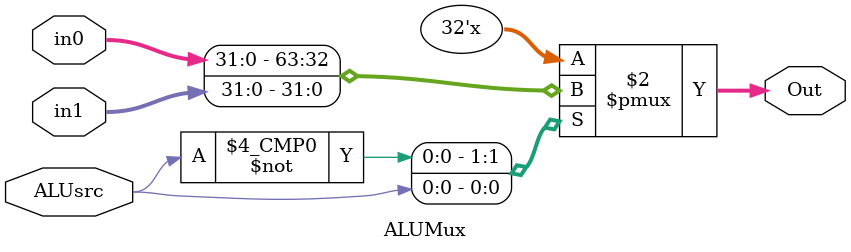
<source format=sv>
/*
The Mux is used to select the seond operand of the ALU Unit, it can either be in0, which
is the output of the second register address (RA2 -> RD2) or an immidiate (sign extended)
operand for in1. The multiplexer is entirely combinational and not syncronous with a clock.
*/

module ALUMux #(

    //the width of the data for the multiplexer
    parameter DATA_WIDTH = 32

) (
    //ALUsrc is either 0 for in0 or 1 for in1
    input logic                     ALUsrc,
    input logic  [DATA_WIDTH-1:0]   in0,
    input logic  [DATA_WIDTH-1:0]   in1,
    output logic [DATA_WIDTH-1:0]   Out
);


//combinational so not doing always_ff
//instead used always_comb


always_comb
begin

    //if ALUsrc = 0, Out = in0, or Out = in1

    case(ALUsrc)

    1'b0: Out = in0;
    1'b1: Out = in1;
    default: Out = in0;

    endcase



end


endmodule

</source>
